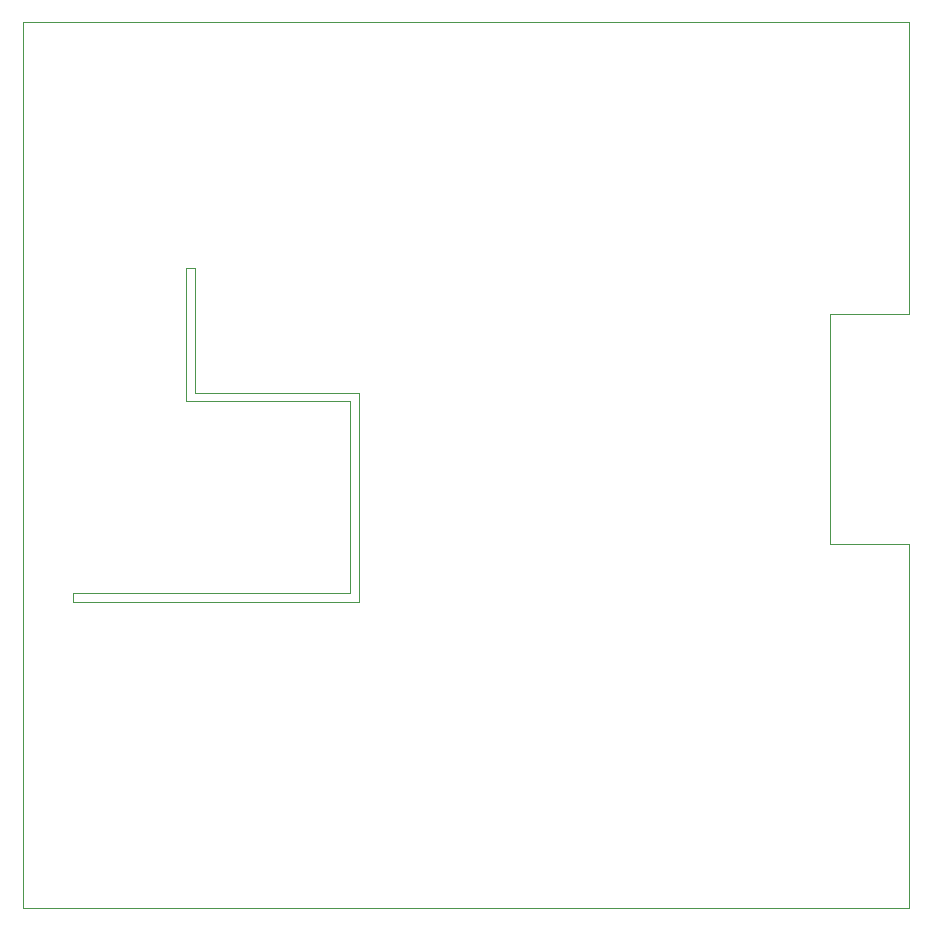
<source format=gbr>
%TF.GenerationSoftware,KiCad,Pcbnew,(6.0.9)*%
%TF.CreationDate,2023-01-10T10:00:19+01:00*%
%TF.ProjectId,P1_shield_board,50315f73-6869-4656-9c64-5f626f617264,V1.0*%
%TF.SameCoordinates,Original*%
%TF.FileFunction,Profile,NP*%
%FSLAX46Y46*%
G04 Gerber Fmt 4.6, Leading zero omitted, Abs format (unit mm)*
G04 Created by KiCad (PCBNEW (6.0.9)) date 2023-01-10 10:00:19*
%MOMM*%
%LPD*%
G01*
G04 APERTURE LIST*
%TA.AperFunction,Profile*%
%ADD10C,0.100000*%
%TD*%
G04 APERTURE END LIST*
D10*
X134433200Y-97598800D02*
X134433200Y-66802000D01*
X87909400Y-53975000D02*
X74041000Y-53975000D01*
X134433200Y-66802000D02*
X127762000Y-66802000D01*
X73253600Y-54686200D02*
X73253600Y-43400000D01*
X87909400Y-71704200D02*
X87909400Y-53975000D01*
X87122000Y-54686200D02*
X73253600Y-54686200D01*
X74041000Y-53975000D02*
X73990200Y-53975000D01*
X73253600Y-43400000D02*
X73990200Y-43400000D01*
X134433200Y-47294800D02*
X134433200Y-22598800D01*
X134433200Y-47294800D02*
X127762000Y-47294800D01*
X63652400Y-70942200D02*
X87147400Y-70942200D01*
X63652400Y-70942200D02*
X63652400Y-71704200D01*
X59433200Y-22598800D02*
X134433200Y-22598800D01*
X87147400Y-70942200D02*
X87122000Y-54686200D01*
X59433200Y-97598800D02*
X59433200Y-22598800D01*
X87528400Y-71704200D02*
X87909400Y-71704200D01*
X134433200Y-97598800D02*
X59433200Y-97598800D01*
X127762000Y-66802000D02*
X127762000Y-47294800D01*
X63652400Y-71704200D02*
X87528400Y-71704200D01*
X73990200Y-43400000D02*
X73990200Y-53975000D01*
M02*

</source>
